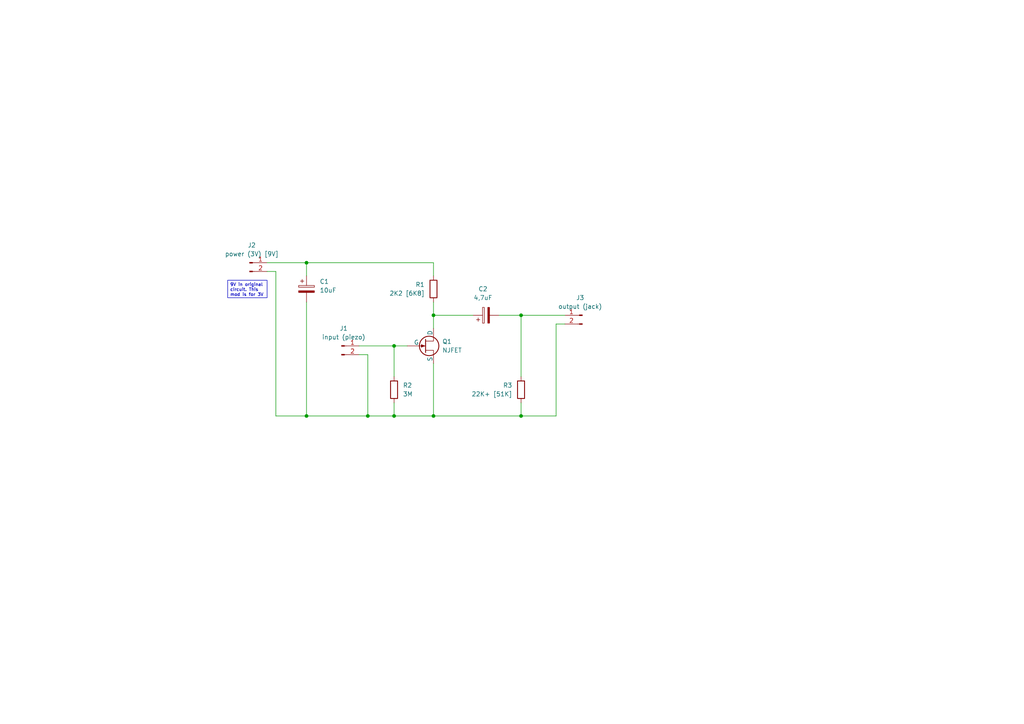
<source format=kicad_sch>
(kicad_sch (version 20230121) (generator eeschema)
  (paper "A4")
  (title_block (title "Schemat j201-board-v1") (date "2023-08-03") (rev "V1"))
  (lib_symbols
    (symbol "Connector:Conn_01x02_Pin" (pin_names (offset 1.016) hide)
      (property "Reference" "J" (at 0 2.54 0))
      (property "Value" "Conn_01x02_Pin" (at 0 -5.08 0))
      (symbol "Conn_01x02_Pin_1_1"
        (polyline (pts (xy 1.27 -2.54) (xy 0.8636 -2.54)) (stroke (width 0.1524)))
        (polyline (pts (xy 1.27 0) (xy 0.8636 0)) (stroke (width 0.1524)))
        (rectangle (start 0.8636 -2.413) (end 0 -2.667) (stroke (width 0.1524)) (fill (type outline)))
        (rectangle (start 0.8636 0.127) (end 0 -0.127) (stroke (width 0.1524)) (fill (type outline)))
        (pin passive line (at 5.08 0 180) (length 3.81) (name "Pin_1") (number "1"))
        (pin passive line (at 5.08 -2.54 180) (length 3.81) (name "Pin_2") (number "2"))
      )
    )
    (symbol "Device:C_Polarized" (pin_numbers hide) (pin_names (offset 0.254))
      (property "Reference" "C" (at 0.635 2.54 0))
      (property "Value" "C_Polarized" (at 0.635 -2.54 0))
      (symbol "C_Polarized_0_1"
        (rectangle (start -2.286 0.508) (end 2.286 1.016))
        (polyline (pts (xy -1.778 2.286) (xy -0.762 2.286)))
        (polyline (pts (xy -1.27 2.794) (xy -1.27 1.778)))
        (rectangle (start 2.286 -0.508) (end -2.286 -1.016) (fill (type outline)))
      )
      (symbol "C_Polarized_1_1"
        (pin passive line (at 0 3.81 270) (length 2.794) (name "~") (number "1"))
        (pin passive line (at 0 -3.81 90) (length 2.794) (name "~") (number "2"))
      )
    )
    (symbol "Device:R" (pin_numbers hide) (pin_names (offset 0))
      (property "Reference" "R" (at 2.032 0 90))
      (property "Value" "R" (at 0 0 90))
      (symbol "R_0_1"
        (rectangle (start -1.016 -2.54) (end 1.016 2.54) (stroke (width 0.254)))
      )
      (symbol "R_1_1"
        (pin passive line (at 0 3.81 270) (length 1.27) (name "~") (number "1"))
        (pin passive line (at 0 -3.81 90) (length 1.27) (name "~") (number "2"))
      )
    )
    (symbol "Simulation_SPICE:NJFET" (pin_numbers hide) (pin_names (offset 0))
      (property "Reference" "Q" (at 5.08 1.27 0))
      (property "Value" "NJFET" (at 5.08 -1.27 0))
      (symbol "NJFET_0_1"
        (polyline (pts (xy 0.254 1.905) (xy 0.254 -1.905) (xy 0.254 -1.905)) (stroke (width 0.254)))
        (polyline (pts (xy 2.54 -2.54) (xy 2.54 -1.27) (xy 0.254 -1.27)))
        (polyline (pts (xy 2.54 2.54) (xy 2.54 1.397) (xy 0.254 1.397)))
        (polyline (pts (xy 0 0) (xy -1.016 0.381) (xy -1.016 -0.381) (xy 0 0)) (fill (type outline)))
        (circle (center 1.27 0) (radius 2.8194) (stroke (width 0.254)))
      )
      (symbol "NJFET_1_1"
        (pin passive line (at 2.54 5.08 270) (length 2.54) (name "D") (number "1"))
        (pin input line (at -5.08 0 0) (length 5.334) (name "G") (number "2"))
        (pin passive line (at 2.54 -5.08 90) (length 2.54) (name "S") (number "3"))
      )
    )
  )
  (junction (at 88.9 120.65))
  (junction (at 114.3 100.33))
  (junction (at 125.73 120.65))
  (junction (at 88.9 76.2))
  (junction (at 114.3 120.65))
  (junction (at 151.13 91.44))
  (junction (at 106.68 120.65))
  (junction (at 151.13 120.65))
  (junction (at 125.73 91.44))
  (wire (pts (xy 106.68 120.65) (xy 114.3 120.65)))
  (wire (pts (xy 104.14 102.87) (xy 106.68 102.87)))
  (wire (pts (xy 125.73 105.41) (xy 125.73 120.65)))
  (wire (pts (xy 77.47 78.74) (xy 80.01 78.74)))
  (wire (pts (xy 106.68 102.87) (xy 106.68 120.65)))
  (wire (pts (xy 161.29 93.98) (xy 161.29 120.65)))
  (wire (pts (xy 125.73 120.65) (xy 151.13 120.65)))
  (wire (pts (xy 161.29 120.65) (xy 151.13 120.65)))
  (wire (pts (xy 80.01 78.74) (xy 80.01 120.65)))
  (wire (pts (xy 88.9 76.2) (xy 125.73 76.2)))
  (wire (pts (xy 88.9 87.63) (xy 88.9 120.65)))
  (wire (pts (xy 125.73 95.25) (xy 125.73 91.44)))
  (wire (pts (xy 125.73 91.44) (xy 137.16 91.44)))
  (wire (pts (xy 125.73 80.01) (xy 125.73 76.2)))
  (wire (pts (xy 114.3 120.65) (xy 125.73 120.65)))
  (wire (pts (xy 77.47 76.2) (xy 88.9 76.2)))
  (wire (pts (xy 163.83 93.98) (xy 161.29 93.98)))
  (wire (pts (xy 80.01 120.65) (xy 88.9 120.65)))
  (wire (pts (xy 151.13 120.65) (xy 151.13 116.84)))
  (wire (pts (xy 88.9 120.65) (xy 106.68 120.65)))
  (wire (pts (xy 151.13 91.44) (xy 144.78 91.44)))
  (wire (pts (xy 88.9 76.2) (xy 88.9 80.01)))
  (wire (pts (xy 114.3 116.84) (xy 114.3 120.65)))
  (wire (pts (xy 114.3 100.33) (xy 114.3 109.22)))
  (wire (pts (xy 151.13 109.22) (xy 151.13 91.44)))
  (wire (pts (xy 151.13 91.44) (xy 163.83 91.44)))
  (wire (pts (xy 114.3 100.33) (xy 118.11 100.33)))
  (wire (pts (xy 104.14 100.33) (xy 114.3 100.33)))
  (wire (pts (xy 125.73 91.44) (xy 125.73 87.63)))
  (text_box "9V in original\ncircuit. This\nmod is for 3V" (at 66.04 81.28 0) (size 11.43 5.08) (effects (font (size 0.9 0.9)) (justify left top)))
  (symbol (lib_id "Device:R") (at 114.3 113.03 0) (unit 1)
    (property "Reference" "R2" (at 116.84 111.76 0) (effects (justify left)))
    (property "Value" "3M" (at 116.84 114.3 0) (effects (justify left)))
  )
  (symbol (lib_id "Simulation_SPICE:NJFET") (at 123.19 100.33 0) (unit 1)
    (property "Reference" "Q1" (at 128.27 99.06 0) (effects (justify left)))
    (property "Value" "NJFET" (at 128.27 101.6 0) (effects (justify left)))
    (property "Sim.Device" "NJFET" (effects hide))
    (property "Sim.Type" "SHICHMANHODGES" (effects hide))
    (property "Sim.Pins" "1=D 2=G 3=S" (effects hide))
  )
  (symbol (lib_id "Connector:Conn_01x02_Pin") (at 72.39 76.2 0) (unit 1)
    (property "Reference" "J2" (at 73.025 71.12 0))
    (property "Value" "power (3V) [9V]" (at 73.025 73.66 0))
  )
  (symbol (lib_id "Device:C_Polarized") (at 88.9 83.82 0) (unit 1)
    (property "Reference" "C1" (at 92.71 81.661 0) (effects (justify left)))
    (property "Value" "10uF" (at 92.71 84.201 0) (effects (justify left)))
  )
  (symbol (lib_id "Device:R") (at 151.13 113.03 0) (mirror y) (unit 1)
    (property "Reference" "R3" (at 148.59 111.76 0) (effects (justify left)))
    (property "Value" "22K+ [51K]" (at 148.59 114.3 0) (effects (justify left)))
  )
  (symbol (lib_id "Device:C_Polarized") (at 140.97 91.44 90) (unit 1)
    (property "Reference" "C2" (at 140.081 83.82 90))
    (property "Value" "4,7uF" (at 140.081 86.36 90))
  )
  (symbol (lib_id "Connector:Conn_01x02_Pin") (at 168.91 91.44 0) (mirror y) (unit 1)
    (property "Reference" "J3" (at 168.275 86.36 0))
    (property "Value" "output (jack)" (at 168.275 88.9 0))
  )
  (symbol (lib_id "Device:R") (at 125.73 83.82 0) (mirror y) (unit 1)
    (property "Reference" "R1" (at 123.19 82.55 0) (effects (justify left)))
    (property "Value" "2K2 [6K8]" (at 123.19 85.09 0) (effects (justify left)))
  )
  (symbol (lib_id "Connector:Conn_01x02_Pin") (at 99.06 100.33 0) (unit 1)
    (property "Reference" "J1" (at 99.695 95.25 0))
    (property "Value" "input (piezo)" (at 99.695 97.79 0))
  )
)
</source>
